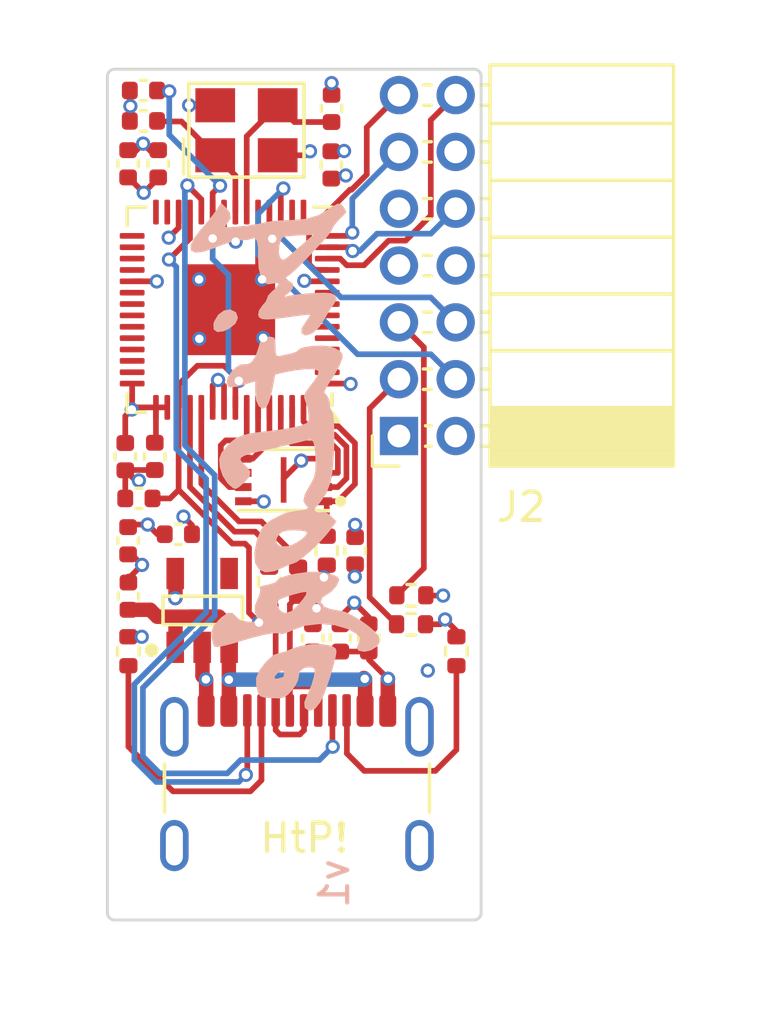
<source format=kicad_pcb>
(kicad_pcb (version 20241229) (generator "pcbnew") (generator_version "9.0")
  (layers (0 "F.Cu" signal) (4 "In1.Cu" signal) (6 "In2.Cu" signal) (2 "B.Cu" signal) (13 "F.Paste" user) (15 "B.Paste" user) (5 "F.SilkS" user "F.Silkscreen") (7 "B.SilkS" user "B.Silkscreen") (1 "F.Mask" user) (3 "B.Mask" user) (25 "Edge.Cuts" user))
  (net 0 "")
  (net 1 "/XOUT")
  (net 2 "/GND")
  (net 3 "/XIN")
  (net 4 "/3V3")
  (net 5 "/1V1")
  (net 6 "/5V")
  (net 7 "/USB_DN")
  (net 8 "Net-(J1-CC1)")
  (net 9 "/USB_DP")
  (net 10 "Net-(J1-CC2)")
  (net 11 "Net-(U3-USB_DP)")
  (net 12 "Net-(U3-USB_DM)")
  (net 13 "/QSPI_SS")
  (net 14 "/QSPI_SD2")
  (net 15 "/QSPI_SD3")
  (net 16 "/QSPI_SCLK")
  (net 17 "/QSPI_SD1")
  (net 18 "/QSPI_SD0")
  (net 43 "/RXD")
  (net 44 "/TXD")
  (net 45 "/A0")
  (net 46 "/A1")
  (net 47 "/SCL")
  (net 48 "/RST")
  (net 49 "/SDA")
  (net 51 "/SWCLK")
  (net 52 "/SWD")
  (net 53 "/RST_DET")
  (footprint "Capacitor_SMD:C_0402_1005Metric" (layer "F.Cu") (at 116.03 94.48 90)
    (property "Reference" "C13" (hide yes))
    (property "Value" "0.1uF")
  )
  (footprint "aditBoard:SOT-25-5_L2.9-W1.6-P0.95-LS2.8-BL" (layer "F.Cu") (at 117.7002 99.90205)
    (property "Reference" "U4" (hide yes))
    (property "Value" "AP2112K-3.3TRG1")
  )
  (footprint "Capacitor_SMD:C_0402_1005Metric" (layer "F.Cu") (at 114.99 94.49 90)
    (property "Reference" "C11" (hide yes))
    (property "Value" "0.1uF")
  )
  (footprint "Resistor_SMD:R_0402_1005Metric" (layer "F.Cu") (at 122.09 97.8 90)
    (property "Reference" "R1" (hide yes))
    (property "Value" "10k")
  )
  (footprint "Capacitor_SMD:C_0402_1005Metric" (layer "F.Cu") (at 115.63 82.67)
    (property "Reference" "C2" (hide yes))
    (property "Value" "30pF")
  )
  (footprint "aditBoard:USON8_L2.0-W3.0-P0.50-BL-EP" (layer "F.Cu") (at 120.57 95.31 90)
    (property "Reference" "U2" (hide yes))
    (property "Value" "W25Q16JVUXIQ")
  )
  (footprint "Capacitor_SMD:C_0402_1005Metric" (layer "F.Cu") (at 115.63 81.6)
    (property "Reference" "C7" (hide yes))
    (property "Value" "0.1uF")
  )
  (footprint "Connector_PinSocket_2.00mm:PinSocket_2x07_P2.00mm_Horizontal" (layer "F.Cu") (at 124.634262 93.762297 180)
    (property "Reference" "J2")
    (property "Value" "Conn_02x07_Odd_Even")
  )
  (footprint "Capacitor_SMD:C_0402_1005Metric" (layer "F.Cu") (at 116.15 84.18 -90)
    (property "Reference" "C10" (hide yes))
    (property "Value" "0.1uF")
  )
  (footprint "Capacitor_SMD:C_0402_1005Metric" (layer "F.Cu") (at 116.86 97.22)
    (property "Reference" "C18" (hide yes))
    (property "Value" "1uF")
  )
  (footprint "Package_DFN_QFN:QFN-56-1EP_7x7mm_P0.4mm_EP3.2x3.2mm" (layer "F.Cu") (at 118.67 89.3175 180)
    (property "Reference" "U3" (hide yes))
    (property "Value" "RP2040")
  )
  (footprint "Capacitor_SMD:C_0402_1005Metric" (layer "F.Cu") (at 115.09 84.18 -90)
    (property "Reference" "C14" (hide yes))
    (property "Value" "0.1uF")
  )
  (footprint "Capacitor_SMD:C_0402_1005Metric" (layer "F.Cu") (at 121.6 100.87 90)
    (property "Reference" "C6" (hide yes))
    (property "Value" "0.1uF")
  )
  (footprint "aditBoard:OSC-SMD_4P-L3.2-W2.5-BL" (layer "F.Cu") (at 119.26 83)
    (property "Reference" "Y1" (hide yes))
    (property "Value" "12MHz")
  )
  (footprint "Capacitor_SMD:C_0402_1005Metric" (layer "F.Cu") (at 122.25 84.22 -90)
    (property "Reference" "C12" (hide yes))
    (property "Value" "0.1uF")
  )
  (footprint "Capacitor_SMD:C_0402_1005Metric" (layer "F.Cu") (at 122.57 100.87 90)
    (property "Reference" "C5" (hide yes))
    (property "Value" "0.1uF")
  )
  (footprint "Capacitor_SMD:C_0402_1005Metric" (layer "F.Cu") (at 115.1 99.4 90)
    (property "Reference" "C17" (hide yes))
    (property "Value" "1uF")
  )
  (footprint "Resistor_SMD:R_0402_1005Metric" (layer "F.Cu") (at 115.1 101.34 -90)
    (property "Reference" "R4" (hide yes))
    (property "Value" "5.1k")
  )
  (footprint "Resistor_SMD:R_0402_1005Metric" (layer "F.Cu") (at 126.66 101.34 -90)
    (property "Reference" "R5" (hide yes))
    (property "Value" "5.1k")
  )
  (footprint "Capacitor_SMD:C_0402_1005Metric" (layer "F.Cu") (at 123.57 100.87 90)
    (property "Reference" "C16" (hide yes))
    (property "Value" "0.1uF")
  )
  (footprint "Resistor_SMD:R_0402_1005Metric" (layer "F.Cu") (at 120.06 98.89 90)
    (property "Reference" "R3" (hide yes))
    (property "Value" "33")
  )
  (footprint "Capacitor_SMD:C_0402_1005Metric" (layer "F.Cu") (at 122.26 82.23 -90)
    (property "Reference" "C4" (hide yes))
    (property "Value" "30pF")
  )
  (footprint "Resistor_SMD:R_0402_1005Metric" (layer "F.Cu") (at 121.08 98.89 90)
    (property "Reference" "R2" (hide yes))
    (property "Value" "33")
  )
  (footprint "Resistor_SMD:R_0402_1005Metric" (layer "F.Cu") (at 125.07 99.37)
    (property "Reference" "R27" (hide yes))
    (property "Value" "4.7K")
  )
  (footprint "Capacitor_SMD:C_0402_1005Metric" (layer "F.Cu") (at 123.09 97.8 -90)
    (property "Reference" "C15" (hide yes))
    (property "Value" "0.1uF")
  )
  (footprint "aditBoard:USB_C_Receptacle_GCT_USB4105-xx-A_16P_TopMnt_Horizontal" (layer "F.Cu") (at 121.04 107.105)
    (property "Reference" "J1" (hide yes))
    (property "Value" "USB_C_Receptacle_USB2.0")
  )
  (footprint "Capacitor_SMD:C_0402_1005Metric" (layer "F.Cu") (at 115.09 97.45 -90)
    (property "Reference" "C9" (hide yes))
    (property "Value" "1uF")
  )
  (footprint "Resistor_SMD:R_0402_1005Metric" (layer "F.Cu") (at 125.06 100.39 180)
    (property "Reference" "R25" (hide yes))
    (property "Value" "4.7K")
  )
  (footprint "Capacitor_SMD:C_0402_1005Metric" (layer "F.Cu") (at 115.47 95.96)
    (property "Reference" "C8" (hide yes))
    (property "Value" "1uF")
  )
  (footprint "bitLode:bitLodelogo" (layer "B.Cu") (at 120.5 94.5 -90)
    (property "Reference" "")
    (property "Value" "LOGO" (hide yes))
  )
  (gr_arc (start 114.36 81.1) (mid 114.433223 80.923223) (end 114.61 80.85) (stroke (width 0.1)) (layer "Edge.Cuts"))
  (gr_line (start 114.61 80.85) (end 127.28 80.85) (stroke (width 0.1)) (layer "Edge.Cuts"))
  (gr_arc (start 114.61 110.8) (mid 114.433223 110.726777) (end 114.36 110.55) (stroke (width 0.1)) (layer "Edge.Cuts"))
  (gr_arc (start 127.28 80.85) (mid 127.456777 80.923223) (end 127.53 81.1) (stroke (width 0.1)) (layer "Edge.Cuts"))
  (gr_line (start 127.53 81.1) (end 127.53 110.55) (stroke (width 0.1)) (layer "Edge.Cuts"))
  (gr_line (start 127.28 110.8) (end 114.61 110.8) (stroke (width 0.1)) (layer "Edge.Cuts"))
  (gr_line (start 114.36 110.55) (end 114.36 81.1) (stroke (width 0.1)) (layer "Edge.Cuts"))
  (gr_arc (start 127.53 110.55) (mid 127.456777 110.726777) (end 127.28 110.8) (stroke (width 0.1)) (layer "Edge.Cuts"))
  (gr_text "HtP!" (at 119.65 108.5 0) (layer "F.SilkS") (effects (font (size 1 1)) (justify left bottom)))
  (gr_text "v1" (at 122.94 108.56 90) (layer "B.SilkS") (effects (font (size 1 1)) (justify left bottom mirror)))
  (segment (start 118.87 85.88) (end 118.87 84.59) (width 0.2) (layer "F.Cu") (net 1))
  (segment (start 118.87 84.59) (end 118.16 83.88) (width 0.2) (layer "F.Cu") (net 1))
  (segment (start 118.16 83.88) (end 116.97 82.69) (width 0.2) (layer "F.Cu") (net 1))
  (segment (start 116.97 82.69) (end 116.11 82.69) (width 0.2) (layer "F.Cu") (net 1))
  (segment (start 114.99 95.96) (end 114.99 95.81) (width 0.2) (layer "F.Cu") (net 2))
  (segment (start 117.84 103.425) (end 117.84 102.34) (width 0.508) (layer "F.Cu") (net 2))
  (segment (start 122.69 83.74) (end 122.7 83.73) (width 0.2) (layer "F.Cu") (net 2))
  (segment (start 115.47 95.33) (end 115.35 95.33) (width 0.2) (layer "F.Cu") (net 2))
  (segment (start 115.09 98.71) (end 115.17 98.71) (width 0.2) (layer "F.Cu") (net 2))
  (segment (start 114.99 94.97) (end 114.99 95.96) (width 0.2) (layer "F.Cu") (net 2))
  (segment (start 126.09 100.39) (end 126.26 100.22) (width 0.2) (layer "F.Cu") (net 2))
  (segment (start 115.15 81.6) (end 115.15 82.13) (width 0.2) (layer "F.Cu") (net 2))
  (segment (start 120.57 95.25) (end 121.19 94.63) (width 0.2) (layer "F.Cu") (net 2))
  (segment (start 123.57 101.35) (end 122.57 101.35) (width 0.2) (layer "F.Cu") (net 2))
  (segment (start 126.66 100.62) (end 126.26 100.22) (width 0.2) (layer "F.Cu") (net 2))
  (segment (start 117.83 102.33) (end 117.71 102.21) (width 0.508) (layer "F.Cu") (net 2))
  (segment (start 123.58 101.64) (end 124.25 102.31) (width 0.2) (layer "F.Cu") (net 2))
  (segment (start 120.57 95.31) (end 120.57 95.25) (width 0.2) (layer "F.Cu") (net 2))
  (segment (start 117.34 96.9) (end 117.04 96.6) (width 0.2) (layer "F.Cu") (net 2))
  (segment (start 117.71 102.21) (end 117.71 101.2898) (width 0.508) (layer "F.Cu") (net 2))
  (segment (start 115.15 82.13) (end 115.17 82.15) (width 0.2) (layer "F.Cu") (net 2))
  (segment (start 121.36 83.88) (end 121.5 83.74) (width 0.2) (layer "F.Cu") (net 2))
  (segment (start 119.67 88.3175) (end 118.67 89.3175) (width 0.2) (layer "F.Cu") (net 2))
  (segment (start 124.635 86.185) (end 124.635 85.725) (width 0.2) (layer "F.Cu") (net 2))
  (segment (start 120.36 83.88) (end 121.36 83.88) (width 0.2) (layer "F.Cu") (net 2))
  (segment (start 115.34 83.75) (end 115.62 83.47) (width 0.2) (layer "F.Cu") (net 2))
  (segment (start 115.1 97.84) (end 115.12 97.84) (width 0.2) (layer "F.Cu") (net 2))
  (segment (start 124.24 103.425) (end 124.24 102.32) (width 0.508) (layer "F.Cu") (net 2))
  (segment (start 115.12 97.84) (end 115.58 98.3) (width 0.2) (layer "F.Cu") (net 2))
  (segment (start 115 94.96) (end 114.99 94.97) (width 0.2) (layer "F.Cu") (net 2))
  (segment (start 119.67 88.11) (end 119.81 88.25) (width 0.2) (layer "F.Cu") (net 2))
  (segment (start 116.16 83.74) (end 115.89 83.74) (width 0.2) (layer "F.Cu") (net 2))
  (segment (start 121.26 94.56) (end 121.19 94.63) (width 0.2) (layer "F.Cu") (net 2))
  (segment (start 126.66 100.83) (end 126.66 100.62) (width 0.2) (layer "F.Cu") (net 2))
  (segment (start 122.57 101.35) (end 121.6 101.35) (width 0.2) (layer "F.Cu") (net 2))
  (segment (start 125.57 100.39) (end 126.09 100.39) (width 0.2) (layer "F.Cu") (net 2))
  (segment (start 119.67 85.88) (end 119.67 88.11) (width 0.2) (layer "F.Cu") (net 2))
  (segment (start 121.99 94.56) (end 121.26 94.56) (width 0.2) (layer "F.Cu") (net 2))
  (segment (start 117.34 97.22) (end 117.34 96.9) (width 0.2) (layer "F.Cu") (net 2))
  (segment (start 125.6 101.97) (end 125.65 102.02) (width 0.2) (layer "F.Cu") (net 2))
  (segment (start 115.15 82.17) (end 115.17 82.15) (width 0.2) (layer "F.Cu") (net 2))
  (segment (start 117.84 102.34) (end 117.83 102.33) (width 0.508) (layer "F.Cu") (net 2))
  (segment (start 119.81 88.25) (end 119.67 88.3175) (width 0.2) (layer "F.Cu") (net 2))
  (segment (start 117.24 82.12) (end 118.16 82.12) (width 0.2) (layer "F.Cu") (net 2))
  (segment (start 115.17 98.71) (end 115.58 98.3) (width 0.2) (layer "F.Cu") (net 2))
  (segment (start 115.1 100.83) (end 115.57 100.83) (width 0.2) (layer "F.Cu") (net 2))
  (segment (start 115.35 95.33) (end 114.99 94.97) (width 0.2) (layer "F.Cu") (net 2))
  (segment (start 123.58 101.3) (end 123.58 101.64) (width 0.2) (layer "F.Cu") (net 2))
  (segment (start 116.03 94.96) (end 115 94.96) (width 0.2) (layer "F.Cu") (net 2))
  (segment (start 117.71 101.2898) (end 117.7002 101.28) (width 0.508) (layer "F.Cu") (net 2))
  (segment (start 115.89 83.74) (end 115.62 83.47) (width 0.2) (layer "F.Cu") (net 2))
  (segment (start 115.1 83.75) (end 115.34 83.75) (width 0.2) (layer "F.Cu") (net 2))
  (segment (start 122.26 81.75) (end 122.26 81.34) (width 0.2) (layer "F.Cu") (net 2))
  (segment (start 124.24 102.32) (end 124.25 102.31) (width 0.508) (layer "F.Cu") (net 2))
  (segment (start 123.09 97.32) (end 123.09 96.89) (width 0.2) (layer "F.Cu") (net 2))
  (segment (start 115.15 82.69) (end 115.15 82.17) (width 0.2) (layer "F.Cu") (net 2))
  (segment (start 125.6 99.38) (end 126.19 99.38) (width 0.2) (layer "F.Cu") (net 2))
  (segment (start 122.25 83.74) (end 122.69 83.74) (width 0.2) (layer "F.Cu") (net 2))
  (via (at 126.26 100.22) (size 0.5) (drill 0.3) (layers "F.Cu" "B.Cu") (net 2))
  (via (at 115.47 95.33) (size 0.5) (drill 0.3) (layers "F.Cu" "B.Cu") (net 2))
  (via (at 124.25 102.31) (size 0.5) (drill 0.3) (layers "F.Cu" "B.Cu") (net 2))
  (via (at 117.24 82.12) (size 0.5) (drill 0.3) (layers "F.Cu" "B.Cu") (net 2))
  (via (at 117.59 88.25) (size 0.5) (drill 0.3) (layers "F.Cu" "B.Cu") (net 2))
  (via (at 119.85 90.31) (size 0.5) (drill 0.3) (layers "F.Cu" "B.Cu") (net 2))
  (via (at 121.5 83.74) (size 0.5) (drill 0.3) (layers "F.Cu" "B.Cu") (net 2))
  (via (at 115.58 98.3) (size 0.5) (drill 0.3) (layers "F.Cu" "B.Cu") (net 2))
  (via (at 115.57 100.83) (size 0.5) (drill 0.3) (layers "F.Cu" "B.Cu") (net 2))
  (via (at 117.83 102.33) (size 0.5) (drill 0.3) (layers "F.Cu" "B.Cu") (net 2))
  (via (at 122.7 83.73) (size 0.5) (drill 0.3) (layers "F.Cu" "B.Cu") (net 2))
  (via (at 123.09 96.89) (size 0.5) (drill 0.3) (layers "F.Cu" "B.Cu") (net 2))
  (via (at 117.04 96.6) (size 0.5) (drill 0.3) (layers "F.Cu" "B.Cu") (net 2))
  (via (at 115.62 83.47) (size 0.5) (drill 0.3) (layers "F.Cu" "B.Cu") (net 2))
  (via (at 122.26 81.34) (size 0.5) (drill 0.3) (layers "F.Cu" "B.Cu") (net 2))
  (via (at 126.19 99.38) (size 0.5) (drill 0.3) (layers "F.Cu" "B.Cu") (net 2))
  (via (at 115.17 82.15) (size 0.5) (drill 0.3) (layers "F.Cu" "B.Cu") (net 2))
  (via (at 117.6 90.34) (size 0.5) (drill 0.3) (layers "F.Cu" "B.Cu") (net 2))
  (via (at 119.81 88.25) (size 0.5) (drill 0.3) (layers "F.Cu" "B.Cu") (net 2))
  (via (at 121.19 94.63) (size 0.5) (drill 0.3) (layers "F.Cu" "B.Cu") (net 2))
  (via (at 125.65 102.02) (size 0.5) (drill 0.3) (layers "F.Cu" "B.Cu") (net 2))
  (segment (start 119.27 85.88) (end 119.27 83.21) (width 0.2) (layer "F.Cu") (net 3))
  (segment (start 122.26 82.71) (end 120.95 82.71) (width 0.2) (layer "F.Cu") (net 3))
  (segment (start 120.95 82.71) (end 120.36 82.12) (width 0.2) (layer "F.Cu") (net 3))
  (segment (start 119.27 83.21) (end 120.36 82.12) (width 0.2) (layer "F.Cu") (net 3))
  (segment (start 121.3 88.3) (end 121.3175 88.3175) (width 0.2) (layer "F.Cu") (net 4))
  (segment (start 119.86 96.06) (end 119.87 96.07) (width 0.2) (layer "F.Cu") (net 4))
  (segment (start 118.47 85.88) (end 118.47 86.51) (width 0.2) (layer "F.Cu") (net 4))
  (segment (start 122.1075 91.9175) (end 122.9175 91.9175) (width 0.2) (layer "F.Cu") (net 4))
  (segment (start 116.52 86.78) (end 116.87 86.43) (width 0.2) (layer "F.Cu") (net 4))
  (segment (start 123.09 98.28) (end 123.09 98.7) (width 0.2) (layer "F.Cu") (net 4))
  (segment (start 118.47 92) (end 118.26 91.79) (width 0.2) (layer "F.Cu") (net 4))
  (segment (start 122.56 100.35) (end 122.56 100.13) (width 0.2) (layer "F.Cu") (net 4))
  (segment (start 116.87 86.43) (end 116.87 85.88) (width 0.2) (layer "F.Cu") (net 4))
  (segment (start 116.7604 99.4596) (end 116.75 99.47) (width 0.508) (layer "F.Cu") (net 4))
  (segment (start 122 98.73) (end 121.99 98.74) (width 0.2) (layer "F.Cu") (net 4))
  (segment (start 118.47 92.755) (end 118.47 92) (width 0.2) (layer "F.Cu") (net 4))
  (segment (start 116.0975 88.3175) (end 116.1 88.32) (width 0.2) (layer "F.Cu") (net 4))
  (segment (start 122.76 84.59) (end 122.36 84.59) (width 0.2) (layer "F.Cu") (net 4))
  (segment (start 122 98.33) (end 122 98.73) (width 0.2) (layer "F.Cu") (net 4))
  (segment (start 118.07 91.98) (end 118.26 91.79) (width 0.2) (layer "F.Cu") (net 4))
  (segment (start 121.3175 88.3175) (end 122.1075 88.3175) (width 0.2) (layer "F.Cu") (net 4))
  (segment (start 122.56 100.13) (end 123.06 99.63) (width 0.2) (layer "F.Cu") (net 4))
  (segment (start 115.2325 88.3175) (end 116.0975 88.3175) (width 0.2) (layer "F.Cu") (net 4))
  (segment (start 116.12 97.22) (end 115.78 96.88) (width 0.2) (layer "F.Cu") (net 4))
  (segment (start 116.47 92.755) (end 116.07 92.755) (width 0.2) (layer "F.Cu") (net 4))
  (segment (start 118.07 92.755) (end 118.07 91.98) (width 0.2) (layer "F.Cu") (net 4))
  (segment (start 115.1 96.88) (end 115.78 96.88) (width 0.2) (layer "F.Cu") (net 4))
  (segment (start 115.295 92.755) (end 115.22 92.83) (width 0.2) (layer "F.Cu") (net 4))
  (segment (start 116.07 92.755) (end 115.295 92.755) (width 0.2) (layer "F.Cu") (net 4))
  (segment (start 114.99 94.01) (end 114.99 93.06) (width 0.2) (layer "F.Cu") (net 4))
  (segment (start 122.36 84.59) (end 122.25 84.7) (width 0.2) (layer "F.Cu") (net 4))
  (segment (start 123.58 100.34) (end 123.58 100.15) (width 0.2) (layer "F.Cu") (net 4))
  (segment (start 115.2325 92.8175) (end 115.22 92.83) (width 0.2) (layer "F.Cu") (net 4))
  (segment (start 119.15 96.06) (end 119.86 96.06) (width 0.2) (layer "F.Cu") (net 4))
  (segment (start 116.16 84.7) (end 116.14 84.7) (width 0.2) (layer "F.Cu") (net 4))
  (segment (start 122.9175 91.9175) (end 122.93 91.93) (width 0.2) (layer "F.Cu") (net 4))
  (segment (start 116.07 93.96) (end 116.07 92.755) (width 0.2) (layer "F.Cu") (net 4))
  (segment (start 116.14 84.7) (end 115.64 85.2) (width 0.2) (layer "F.Cu") (net 4))
  (segment (start 115.2325 91.9175) (end 115.2325 92.8175) (width 0.2) (layer "F.Cu") (net 4))
  (segment (start 115.15 84.71) (end 115.64 85.2) (width 0.2) (layer "F.Cu") (net 4))
  (segment (start 116.7604 98.5241) (end 116.7604 99.4596) (width 0.508) (layer "F.Cu") (net 4))
  (segment (start 123.58 100.15) (end 123.06 99.63) (width 0.2) (layer "F.Cu") (net 4))
  (segment (start 115.1 84.71) (end 115.15 84.71) (width 0.2) (layer "F.Cu") (net 4))
  (segment (start 116.03 94) (end 116.07 93.96) (width 0.2) (layer "F.Cu") (net 4))
  (segment (start 114.99 93.06) (end 115.22 92.83) (width 0.2) (layer "F.Cu") (net 4))
  (segment (start 118.47 86.51) (end 118.88 86.92) (width 0.2) (layer "F.Cu") (net 4))
  (segment (start 123.09 98.7) (end 123.08 98.71) (width 0.2) (layer "F.Cu") (net 4))
  (segment (start 116.38 97.22) (end 116.12 97.22) (width 0.2) (layer "F.Cu") (net 4))
  (via (at 116.1 88.32) (size 0.5) (drill 0.3) (layers "F.Cu" "B.Cu") (net 4))
  (via (at 118.26 91.79) (size 0.5) (drill 0.3) (layers "F.Cu" "B.Cu") (net 4))
  (via (at 118.88 86.92) (size 0.5) (drill 0.3) (layers "F.Cu" "B.Cu") (net 4))
  (via (at 122.93 91.93) (size 0.5) (drill 0.3) (layers "F.Cu" "B.Cu") (net 4))
  (via (at 116.75 99.47) (size 0.5) (drill 0.3) (layers "F.Cu" "B.Cu") (net 4))
  (via (at 123.06 99.63) (size 0.5) (drill 0.3) (layers "F.Cu" "B.Cu") (net 4))
  (via (at 119.87 96.07) (size 0.5) (drill 0.3) (layers "F.Cu" "B.Cu") (net 4))
  (via (at 123.08 98.71) (size 0.5) (drill 0.3) (layers "F.Cu" "B.Cu") (net 4))
  (via (at 122.76 84.59) (size 0.5) (drill 0.3) (layers "F.Cu" "B.Cu") (net 4))
  (via (at 116.52 86.78) (size 0.5) (drill 0.3) (layers "F.Cu" "B.Cu") (net 4))
  (via (at 115.78 96.88) (size 0.5) (drill 0.3) (layers "F.Cu" "B.Cu") (net 4))
  (via (at 121.3 88.3) (size 0.5) (drill 0.3) (layers "F.Cu" "B.Cu") (net 4))
  (via (at 121.99 98.74) (size 0.5) (drill 0.3) (layers "F.Cu" "B.Cu") (net 4))
  (via (at 115.22 92.83) (size 0.5) (drill 0.3) (layers "F.Cu" "B.Cu") (net 4))
  (via (at 115.64 85.2) (size 0.5) (drill 0.3) (layers "F.Cu" "B.Cu") (net 4))
  (segment (start 124.635 87.725) (end 124.635 87.537893) (width 0.2) (layer "B.Cu") (net 4))
  (segment (start 121.6 100.39) (end 121.6 99.96) (width 0.2) (layer "F.Cu") (net 5))
  (segment (start 116.87 95.04) (end 116.87 95.66) (width 0.2) (layer "F.Cu") (net 5))
  (segment (start 116.88 91.94) (end 116.88 92.745) (width 0.2) (layer "F.Cu") (net 5))
  (segment (start 116.87 92.755) (end 116.87 95.04) (width 0.2) (layer "F.Cu") (net 5))
  (segment (start 116.54 81.63) (end 116.14 81.63) (width 0.2) (layer "F.Cu") (net 5))
  (segment (start 118.07 85.88) (end 118.07 85.21) (width 0.2) (layer "F.Cu") (net 5))
  (segment (start 118.87 92.755) (end 118.87 91.94) (width 0.2) (layer "F.Cu") (net 5))
  (segment (start 118.47 91.29) (end 118.99 91.81) (width 0.2) (layer "F.Cu") (net 5))
  (segment (start 119.35 99.98) (end 119.7 100.33) (width 0.2) (layer "F.Cu") (net 5))
  (segment (start 116.14 81.63) (end 116.11 81.6) (width 0.2) (layer "F.Cu") (net 5))
  (segment (start 117.53 91.29) (end 118.47 91.29) (width 0.2) (layer "F.Cu") (net 5))
  (segment (start 118.99 91.81) (end 118.99 91.82) (width 0.2) (layer "F.Cu") (net 5))
  (segment (start 118.87 91.94) (end 118.99 91.82) (width 0.2) (layer "F.Cu") (net 5))
  (segment (start 119.35 97.69) (end 119.35 99.98) (width 0.2) (layer "F.Cu") (net 5))
  (segment (start 116.88 91.94) (end 117.53 91.29) (width 0.2) (layer "F.Cu") (net 5))
  (segment (start 119.21 97.55) (end 119.35 97.69) (width 0.2) (layer "F.Cu") (net 5))
  (segment (start 118.07 85.88) (end 118.07 86.81) (width 0.2) (layer "F.Cu") (net 5))
  (segment (start 116.87 95.66) (end 116.57 95.96) (width 0.2) (layer "F.Cu") (net 5))
  (segment (start 118.76 97.55) (end 119.21 97.55) (width 0.2) (layer "F.Cu") (net 5))
  (segment (start 116.87 95.66) (end 118.76 97.55) (width 0.2) (layer "F.Cu") (net 5))
  (segment (start 121.6 99.96) (end 121.73 99.83) (width 0.2) (layer "F.Cu") (net 5))
  (segment (start 116.57 95.96) (end 115.95 95.96) (width 0.2) (layer "F.Cu") (net 5))
  (segment (start 116.88 92.745) (end 116.87 92.755) (width 0.2) (layer "F.Cu") (net 5))
  (segment (start 118.07 85.21) (end 118.33 84.95) (width 0.2) (layer "F.Cu") (net 5))
  (via (at 116.54 81.63) (size 0.5) (drill 0.3) (layers "F.Cu" "B.Cu") (net 5))
  (via (at 119.7 100.33) (size 0.5) (drill 0.3) (layers "F.Cu" "B.Cu") (net 5))
  (via (at 121.73 99.83) (size 0.5) (drill 0.3) (layers "F.Cu" "B.Cu") (net 5))
  (via (at 118.99 91.82) (size 0.5) (drill 0.3) (layers "F.Cu" "B.Cu") (net 5))
  (via (at 118.33 84.95) (size 0.5) (drill 0.3) (layers "F.Cu" "B.Cu") (net 5))
  (via (at 118.07 86.81) (size 0.5) (drill 0.3) (layers "F.Cu" "B.Cu") (net 5))
  (segment (start 119.7 100.33) (end 121.23 100.33) (width 0.2) (layer "B.Cu") (net 5))
  (segment (start 116.54 83.16) (end 116.54 81.63) (width 0.2) (layer "B.Cu") (net 5))
  (segment (start 118.76 91.582893) (end 118.76 91.59) (width 0.2) (layer "B.Cu") (net 5))
  (segment (start 118.624541 88.084541) (end 118.624541 91.447434) (width 0.2) (layer "B.Cu") (net 5))
  (segment (start 118.07 86.81) (end 118.07 87.53) (width 0.2) (layer "B.Cu") (net 5))
  (segment (start 118.624541 91.447434) (end 118.76 91.582893) (width 0.2) (layer "B.Cu") (net 5))
  (segment (start 118.76 91.59) (end 118.99 91.82) (width 0.2) (layer "B.Cu") (net 5))
  (segment (start 118.33 84.95) (end 116.54 83.16) (width 0.2) (layer "B.Cu") (net 5))
  (segment (start 118.07 87.53) (end 118.624541 88.084541) (width 0.2) (layer "B.Cu") (net 5))
  (segment (start 121.23 100.33) (end 121.73 99.83) (width 0.2) (layer "B.Cu") (net 5))
  (segment (start 116.7604 100.7996) (end 116.7604 101.28) (width 0.508) (layer "F.Cu") (net 6))
  (segment (start 117.29 100.12) (end 117.286 100.124) (width 0.508) (layer "F.Cu") (net 6))
  (segment (start 118.64 103.425) (end 118.64 102.34) (width 0.508) (layer "F.Cu") (net 6))
  (segment (start 118.29 100.12) (end 117.29 100.12) (width 0.508) (layer "F.Cu") (net 6))
  (segment (start 118.64 100.47) (end 118.29 100.12) (width 0.508) (layer "F.Cu") (net 6))
  (segment (start 116.114 100.124) (end 116.7604 100.124) (width 0.508) (layer "F.Cu") (net 6))
  (segment (start 123.44 102.32) (end 123.43 102.31) (width 0.508) (layer "F.Cu") (net 6))
  (segment (start 118.64 102.34) (end 118.64 100.47) (width 0.508) (layer "F.Cu") (net 6))
  (segment (start 117.286 100.124) (end 116.7604 100.124) (width 0.508) (layer "F.Cu") (net 6))
  (segment (start 123.44 103.425) (end 123.44 102.32) (width 0.508) (layer "F.Cu") (net 6))
  (segment (start 123.43 102.31) (end 123.4004 102.2804) (width 0.508) (layer "F.Cu") (net 6))
  (segment (start 115.87 99.88) (end 116.114 100.124) (width 0.508) (layer "F.Cu") (net 6))
  (segment (start 115.1 99.88) (end 115.87 99.88) (width 0.508) (layer "F.Cu") (net 6))
  (segment (start 116.7604 100.124) (end 116.7604 100.7996) (width 0.508) (layer "F.Cu") (net 6))
  (via (at 123.43 102.31) (size 0.5) (drill 0.3) (layers "F.Cu" "B.Cu") (net 6))
  (via (at 118.64 102.34) (size 0.5) (drill 0.3) (layers "F.Cu" "B.Cu") (net 6))
  (segment (start 118.64 102.34) (end 123.4 102.34) (width 0.508) (layer "B.Cu") (net 6))
  (segment (start 123.4 102.34) (end 123.43 102.31) (width 0.508) (layer "B.Cu") (net 6))
  (segment (start 120.29 104.12) (end 120.29 103.425) (width 0.2) (layer "F.Cu") (net 7))
  (segment (start 120.44 104.27) (end 120.29 104.12) (width 0.2) (layer "F.Cu") (net 7))
  (segment (start 121.29 104.12) (end 121.14 104.27) (width 0.2) (layer "F.Cu") (net 7))
  (segment (start 121.29 103.425) (end 121.29 104.12) (width 0.2) (layer "F.Cu") (net 7))
  (segment (start 121.14 104.27) (end 120.44 104.27) (width 0.2) (layer "F.Cu") (net 7))
  (segment (start 120.01 99.43) (end 119.98 99.43) (width 0.2) (layer "F.Cu") (net 7))
  (segment (start 120.29 103.425) (end 120.29 99.71) (width 0.2) (layer "F.Cu") (net 7))
  (segment (start 120.29 99.71) (end 120.01 99.43) (width 0.2) (layer "F.Cu") (net 7))
  (segment (start 116.67 106.27) (end 115.1 104.7) (width 0.2) (layer "F.Cu") (net 8))
  (segment (start 115.1 104.7) (end 115.1 101.85) (width 0.2) (layer "F.Cu") (net 8))
  (segment (start 119.79 103.425) (end 119.79 105.88) (width 0.2) (layer "F.Cu") (net 8))
  (segment (start 119.79 105.88) (end 119.4 106.27) (width 0.2) (layer "F.Cu") (net 8))
  (segment (start 119.4 106.27) (end 116.67 106.27) (width 0.2) (layer "F.Cu") (net 8))
  (segment (start 120.79 99.69) (end 121.08 99.4) (width 0.2) (layer "F.Cu") (net 9))
  (segment (start 120.79 103.425) (end 120.79 102.58) (width 0.2) (layer "F.Cu") (net 9))
  (segment (start 121.79 102.68) (end 121.69 102.58) (width 0.2) (layer "F.Cu") (net 9))
  (segment (start 121.69 102.58) (end 120.79 102.58) (width 0.2) (layer "F.Cu") (net 9))
  (segment (start 121.79 103.425) (end 121.79 102.68) (width 0.2) (layer "F.Cu") (net 9))
  (segment (start 120.79 102.58) (end 120.79 99.69) (width 0.2) (layer "F.Cu") (net 9))
  (segment (start 122.8 103.435) (end 122.79 103.425) (width 0.2) (layer "F.Cu") (net 10))
  (segment (start 123.41 105.55) (end 122.8 104.94) (width 0.2) (layer "F.Cu") (net 10))
  (segment (start 125.92 105.55) (end 123.41 105.55) (width 0.2) (layer "F.Cu") (net 10))
  (segment (start 126.66 101.85) (end 126.66 104.81) (width 0.2) (layer "F.Cu") (net 10))
  (segment (start 122.8 104.94) (end 122.8 103.435) (width 0.2) (layer "F.Cu") (net 10))
  (segment (start 126.66 104.81) (end 125.92 105.55) (width 0.2) (layer "F.Cu") (net 10))
  (segment (start 119.78 96.77) (end 121.08 98.07) (width 0.2) (layer "F.Cu") (net 11))
  (segment (start 121.08 98.07) (end 121.08 98.38) (width 0.2) (layer "F.Cu") (net 11))
  (segment (start 119 96.77) (end 119.78 96.77) (width 0.2) (layer "F.Cu") (net 11))
  (segment (start 117.67 95.44) (end 119 96.77) (width 0.2) (layer "F.Cu") (net 11))
  (segment (start 117.67 92.755) (end 117.67 95.44) (width 0.2) (layer "F.Cu") (net 11))
  (segment (start 118.84 97.13) (end 119.57 97.13) (width 0.2) (layer "F.Cu") (net 12))
  (segment (start 117.27 92.755) (end 117.27 95.56) (width 0.2) (layer "F.Cu") (net 12))
  (segment (start 119.98 97.54) (end 119.98 98.41) (width 0.2) (layer "F.Cu") (net 12))
  (segment (start 117.27 95.56) (end 118.84 97.13) (width 0.2) (layer "F.Cu") (net 12))
  (segment (start 119.57 97.13) (end 119.98 97.54) (width 0.2) (layer "F.Cu") (net 12))
  (segment (start 122.48 96.06) (end 123.0848 95.4552) (width 0.2) (layer "F.Cu") (net 13))
  (segment (start 122.09 97.29) (end 122.09 96.16) (width 0.2) (layer "F.Cu") (net 13))
  (segment (start 123.0848 95.4552) (end 123.0848 94.011747) (width 0.2) (layer "F.Cu") (net 13))
  (segment (start 122.489854 93.4168) (end 121.44 93.4168) (width 0.2) (layer "F.Cu") (net 13))
  (segment (start 123.0848 94.011747) (end 122.489854 93.4168) (width 0.2) (layer "F.Cu") (net 13))
  (segment (start 121.99 96.06) (end 122.48 96.06) (width 0.2) (layer "F.Cu") (net 13))
  (segment (start 122.09 96.16) (end 121.99 96.06) (width 0.2) (layer "F.Cu") (net 13))
  (segment (start 121.44 93.4168) (end 121.27 93.2468) (width 0.2) (layer "F.Cu") (net 13))
  (segment (start 121.27 93.2468) (end 121.27 92.755) (width 0.2) (layer "F.Cu") (net 13))
  (segment (start 122.48 95.06) (end 122.4816 95.0584) (width 0.2) (layer "F.Cu") (net 14))
  (segment (start 120.47 93.65) (end 120.47 92.755) (width 0.2) (layer "F.Cu") (net 14))
  (segment (start 121.99 95.06) (end 122.48 95.06) (width 0.2) (layer "F.Cu") (net 14))
  (segment (start 122.24 94.02) (end 120.84 94.02) (width 0.2) (layer "F.Cu") (net 14))
  (segment (start 120.84 94.02) (end 120.47 93.65) (width 0.2) (layer "F.Cu") (net 14))
  (segment (start 122.4816 94.2616) (end 122.24 94.02) (width 0.2) (layer "F.Cu") (net 14))
  (segment (start 122.4816 95.0584) (end 122.4816 94.2616) (width 0.2) (layer "F.Cu") (net 14))
  (segment (start 118.3568 95.2568) (end 118.66 95.56) (width 0.2) (layer "F.Cu") (net 15))
  (segment (start 118.3568 94.093473) (end 118.3568 95.2568) (width 0.2) (layer "F.Cu") (net 15))
  (segment (start 118.533473 93.9168) (end 118.3568 94.093473) (width 0.2) (layer "F.Cu") (net 15))
  (segment (start 119.196674 93.9168) (end 118.533473 93.9168) (width 0.2) (layer "F.Cu") (net 15))
  (segment (start 119.27 93.843474) (end 119.196674 93.9168) (width 0.2) (layer "F.Cu") (net 15))
  (segment (start 119.27 92.755) (end 119.27 93.843474) (width 0.2) (layer "F.Cu") (net 15))
  (segment (start 118.66 95.56) (end 119.15 95.56) (width 0.2) (layer "F.Cu") (net 15))
  (segment (start 119.67 92.755) (end 119.67 93.87) (width 0.2) (layer "F.Cu") (net 16))
  (segment (start 119.3216 94.2184) (end 118.6584 94.2184) (width 0.2) (layer "F.Cu") (net 16))
  (segment (start 118.8168 95.06) (end 119.15 95.06) (width 0.2) (layer "F.Cu") (net 16))
  (segment (start 118.6584 94.2184) (end 118.6584 94.9016) (width 0.2) (layer "F.Cu") (net 16))
  (segment (start 119.67 93.87) (end 119.3216 94.2184) (width 0.2) (layer "F.Cu") (net 16))
  (segment (start 118.6584 94.9016) (end 118.8168 95.06) (width 0.2) (layer "F.Cu") (net 16))
  (segment (start 122.7832 95.2568) (end 122.7832 94.136674) (width 0.2) (layer "F.Cu") (net 17))
  (segment (start 122.48 95.56) (end 122.7832 95.2568) (width 0.2) (layer "F.Cu") (net 17))
  (segment (start 121.99 95.56) (end 122.48 95.56) (width 0.2) (layer "F.Cu") (net 17))
  (segment (start 121.06 93.7184) (end 120.87 93.5284) (width 0.2) (layer "F.Cu") (net 17))
  (segment (start 122.7832 94.136674) (end 122.364927 93.7184) (width 0.2) (layer "F.Cu") (net 17))
  (segment (start 120.87 93.5284) (end 120.87 92.755) (width 0.2) (layer "F.Cu") (net 17))
  (segment (start 122.364927 93.7184) (end 121.06 93.7184) (width 0.2) (layer "F.Cu") (net 17))
  (segment (start 120.07 92.755) (end 120.07 93.97) (width 0.2) (layer "F.Cu") (net 18))
  (segment (start 120.07 93.97) (end 119.48 94.56) (width 0.2) (layer "F.Cu") (net 18))
  (segment (start 119.48 94.56) (end 119.15 94.56) (width 0.2) (layer "F.Cu") (net 18))
  (segment (start 122.561656 87.5175) (end 122.795037 87.750881) (width 0.2) (layer "F.Cu") (net 43))
  (segment (start 124.270748 86.884697) (end 124.871965 86.884697) (width 0.2) (layer "F.Cu") (net 43))
  (segment (start 123.404564 87.750881) (end 124.270748 86.884697) (width 0.2) (layer "F.Cu") (net 43))
  (segment (start 124.871965 86.884697) (end 125.756662 86) (width 0.2) (layer "F.Cu") (net 43))
  (segment (start 125.756662 82.639897) (end 126.634262 81.762297) (width 0.2) (layer "F.Cu") (net 43))
  (segment (start 122.1075 87.5175) (end 122.561656 87.5175) (width 0.2) (layer "F.Cu") (net 43))
  (segment (start 125.756662 86) (end 125.756662 82.639897) (width 0.2) (layer "F.Cu") (net 43))
  (segment (start 122.795037 87.750881) (end 123.404564 87.750881) (width 0.2) (layer "F.Cu") (net 43))
  (segment (start 121.4674 87.7149) (end 121.4674 86.5326) (width 0.2) (layer "F.Cu") (net 44))
  (segment (start 122.967521 85.091) (end 123.5 84.558521) (width 0.2) (layer "F.Cu") (net 44))
  (segment (start 121.67 87.9175) (end 121.4674 87.7149) (width 0.2) (layer "F.Cu") (net 44))
  (segment (start 122.1075 87.9175) (end 121.67 87.9175) (width 0.2) (layer "F.Cu") (net 44))
  (segment (start 123.5 84.558521) (end 123.5 82.896559) (width 0.2) (layer "F.Cu") (net 44))
  (segment (start 122.909 85.091) (end 122.967521 85.091) (width 0.2) (layer "F.Cu") (net 44))
  (segment (start 123.5 82.896559) (end 124.634262 81.762297) (width 0.2) (layer "F.Cu") (net 44))
  (segment (start 121.4674 86.5326) (end 122.909 85.091) (width 0.2) (layer "F.Cu") (net 44))
  (segment (start 125.511862 90.639897) (end 124.634262 89.762297) (width 0.2) (layer "F.Cu") (net 45))
  (segment (start 125.511862 98.418138) (end 125.511862 90.639897) (width 0.2) (layer "F.Cu") (net 45))
  (segment (start 124.56 99.37) (end 125.511862 98.418138) (width 0.2) (layer "F.Cu") (net 45))
  (segment (start 124.55 100.39) (end 123.6026 99.4426) (width 0.2) (layer "F.Cu") (net 46))
  (segment (start 123.6026 99.4426) (end 123.6026 92.793959) (width 0.2) (layer "F.Cu") (net 46))
  (segment (start 124.115 91.725) (end 124.635 91.725) (width 0.2) (layer "F.Cu") (net 46))
  (segment (start 123.6026 92.793959) (end 124.634262 91.762297) (width 0.2) (layer "F.Cu") (net 46))
  (segment (start 120.07 86.72) (end 120.17 86.82) (width 0.2) (layer "F.Cu") (net 47))
  (segment (start 120.07 85.88) (end 120.07 86.72) (width 0.2) (layer "F.Cu") (net 47))
  (via (at 120.17 86.82) (size 0.5) (drill 0.3) (layers "F.Cu" "B.Cu") (net 47))
  (segment (start 120.528521 86.82) (end 120.17 86.82) (width 0.2) (layer "B.Cu") (net 47))
  (segment (start 125.756662 88.884697) (end 122.593218 88.884697) (width 0.2) (layer "B.Cu") (net 47))
  (segment (start 122.593218 88.884697) (end 120.528521 86.82) (width 0.2) (layer "B.Cu") (net 47))
  (segment (start 126.634262 89.762297) (end 125.756662 88.884697) (width 0.2) (layer "B.Cu") (net 47))
  (segment (start 122.8725 86.7175) (end 122.1075 86.7175) (width 0.2) (layer "F.Cu") (net 48))
  (segment (start 122.99 86.6) (end 122.8725 86.7175) (width 0.2) (layer "F.Cu") (net 48))
  (via (at 122.99 86.6) (size 0.5) (drill 0.3) (layers "F.Cu" "B.Cu") (net 48))
  (segment (start 122.99 85.406559) (end 124.634262 83.762297) (width 0.2) (layer "B.Cu") (net 48))
  (segment (start 122.99 86.6) (end 122.99 85.406559) (width 0.2) (layer "B.Cu") (net 48))
  (segment (start 120.47 85.88) (end 120.47 85.14) (width 0.2) (layer "F.Cu") (net 49))
  (segment (start 120.47 85.14) (end 120.56 85.05) (width 0.2) (layer "F.Cu") (net 49))
  (via (at 120.56 85.05) (size 0.5) (drill 0.3) (layers "F.Cu" "B.Cu") (net 49))
  (segment (start 120.56 85.05) (end 120.61 85.1) (width 0.2) (layer "B.Cu") (net 49))
  (segment (start 123.176176 90.884697) (end 119.669 87.377521) (width 0.2) (layer "B.Cu") (net 49))
  (segment (start 119.669 85.941) (end 120.56 85.05) (width 0.2) (layer "B.Cu") (net 49))
  (segment (start 125.756662 90.884697) (end 123.176176 90.884697) (width 0.2) (layer "B.Cu") (net 49))
  (segment (start 119.669 87.377521) (end 119.669 85.941) (width 0.2) (layer "B.Cu") (net 49))
  (segment (start 126.634262 91.762297) (end 125.756662 90.884697) (width 0.2) (layer "B.Cu") (net 49))
  (segment (start 122.29 104.69) (end 122.3 104.7) (width 0.2) (layer "F.Cu") (net 51))
  (segment (start 122.29 103.425) (end 122.29 104.69) (width 0.2) (layer "F.Cu") (net 51))
  (segment (start 117.18 84.94) (end 117.67 85.43) (width 0.2) (layer "F.Cu") (net 51))
  (segment (start 117.67 85.43) (end 117.67 85.88) (width 0.2) (layer "F.Cu") (net 51))
  (via (at 122.3 104.7) (size 0.5) (drill 0.3) (layers "F.Cu" "B.Cu") (net 51))
  (via (at 117.18 84.94) (size 0.5) (drill 0.3) (layers "F.Cu" "B.Cu") (net 51))
  (segment (start 118.14 100.096526) (end 118.14 95.139999) (width 0.2) (layer "B.Cu") (net 51))
  (segment (start 119.052893 105.17) (end 118.584493 105.6384) (width 0.2) (layer "B.Cu") (net 51))
  (segment (start 122.3 104.7) (end 121.83 105.17) (width 0.2) (layer "B.Cu") (net 51))
  (segment (start 117.09 94.09) (end 117.09 85.03) (width 0.2) (layer "B.Cu") (net 51))
  (segment (start 118.14 95.139999) (end 117.09 94.09) (width 0.2) (layer "B.Cu") (net 51))
  (segment (start 116.204926 105.6384) (end 115.6116 105.045074) (width 0.2) (layer "B.Cu") (net 51))
  (segment (start 115.6116 105.045074) (end 115.6116 102.624926) (width 0.2) (layer "B.Cu") (net 51))
  (segment (start 115.6116 102.624926) (end 118.14 100.096526) (width 0.2) (layer "B.Cu") (net 51))
  (segment (start 117.09 85.03) (end 117.18 84.94) (width 0.2) (layer "B.Cu") (net 51))
  (segment (start 121.83 105.17) (end 119.052893 105.17) (width 0.2) (layer "B.Cu") (net 51))
  (segment (start 118.584493 105.6384) (end 116.204926 105.6384) (width 0.2) (layer "B.Cu") (net 51))
  (segment (start 119.29 105.64) (end 119.29 103.425) (width 0.2) (layer "F.Cu") (net 52))
  (segment (start 117.27 86.81) (end 117.27 85.88) (width 0.2) (layer "F.Cu") (net 52))
  (segment (start 116.53 87.55) (end 117.27 86.81) (width 0.2) (layer "F.Cu") (net 52))
  (segment (start 119.24 105.69) (end 119.29 105.64) (width 0.2) (layer "F.Cu") (net 52))
  (via (at 119.24 105.69) (size 0.5) (drill 0.3) (layers "F.Cu" "B.Cu") (net 52))
  (via (at 116.53 87.55) (size 0.5) (drill 0.3) (layers "F.Cu" "B.Cu") (net 52))
  (segment (start 117.8384 99.9716) (end 117.8384 95.264926) (width 0.2) (layer "B.Cu") (net 52))
  (segment (start 116.7884 87.8084) (end 116.53 87.55) (width 0.2) (layer "B.Cu") (net 52))
  (segment (start 115.31 102.5) (end 117.8384 99.9716) (width 0.2) (layer "B.Cu") (net 52))
  (segment (start 117.8384 95.264926) (end 116.7884 94.214926) (width 0.2) (layer "B.Cu") (net 52))
  (segment (start 119.24 105.69) (end 118.99 105.94) (width 0.2) (layer "B.Cu") (net 52))
  (segment (start 116.08 105.94) (end 115.31 105.17) (width 0.2) (layer "B.Cu") (net 52))
  (segment (start 118.99 105.94) (end 116.08 105.94) (width 0.2) (layer "B.Cu") (net 52))
  (segment (start 116.7884 94.214926) (end 116.7884 87.8084) (width 0.2) (layer "B.Cu") (net 52))
  (segment (start 115.31 105.17) (end 115.31 102.5) (width 0.2) (layer "B.Cu") (net 52))
  (segment (start 122.870177 87.1175) (end 122.1075 87.1175) (width 0.2) (layer "F.Cu") (net 53))
  (segment (start 123.002558 87.249881) (end 122.870177 87.1175) (width 0.2) (layer "F.Cu") (net 53))
  (via (at 123.002558 87.249881) (size 0.5) (drill 0.3) (layers "F.Cu" "B.Cu") (net 53))
  (segment (start 125.756662 86.639897) (end 126.634262 85.762297) (width 0.2) (layer "B.Cu") (net 53))
  (segment (start 123.252717 87.249881) (end 123.862701 86.639897) (width 0.2) (layer "B.Cu") (net 53))
  (segment (start 123.862701 86.639897) (end 125.756662 86.639897) (width 0.2) (layer "B.Cu") (net 53))
  (segment (start 123.002558 87.249881) (end 123.252717 87.249881) (width 0.2) (layer "B.Cu") (net 53))
)
</source>
